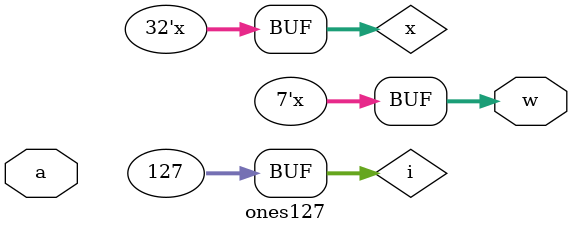
<source format=sv>
`timescale 1ns/1ns
module ones127(input [126:0]a, output [6:0]w);
integer x=0;
integer i=0;
always @(a) begin
	for(i=0;i<127;i=i+1)begin
		 x=x+a[i];
	end
end

assign #828 w=x;
endmodule

</source>
